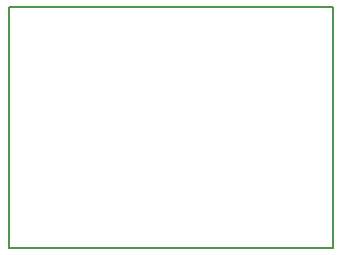
<source format=gbr>
G04 #@! TF.FileFunction,Profile,NP*
%FSLAX46Y46*%
G04 Gerber Fmt 4.6, Leading zero omitted, Abs format (unit mm)*
G04 Created by KiCad (PCBNEW 4.0.7-e2-6376~58~ubuntu16.04.1) date Wed May  9 12:33:34 2018*
%MOMM*%
%LPD*%
G01*
G04 APERTURE LIST*
%ADD10C,0.100000*%
%ADD11C,0.150000*%
G04 APERTURE END LIST*
D10*
D11*
X188000000Y-76200000D02*
X160600000Y-76200000D01*
X188000000Y-96600000D02*
X188000000Y-76200000D01*
X160600000Y-96600000D02*
X188000000Y-96600000D01*
X160600000Y-76200000D02*
X160600000Y-96600000D01*
M02*

</source>
